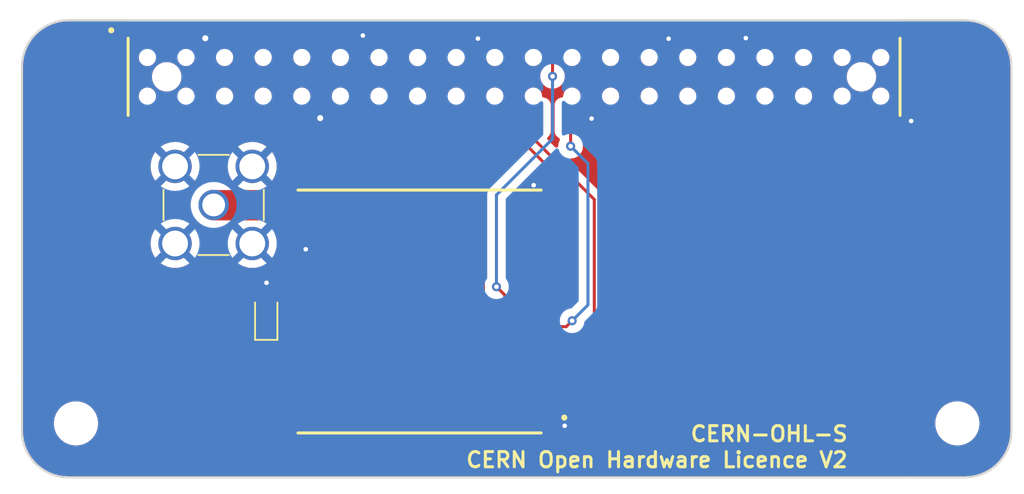
<source format=kicad_pcb>
(kicad_pcb (version 20240108) (generator "pcbnew") (generator_version "8.0")
  (layers (0 "F.Cu" signal) (31 "B.Cu" signal) (34 "B.Paste" user) (35 "F.Paste" user) (36 "B.SilkS" user "B.Silkscreen") (37 "F.SilkS" user "F.Silkscreen") (38 "B.Mask" user) (39 "F.Mask" user) (44 "Edge.Cuts" user))
  (net 0 "")
  (net 1 "5v2RPi")
  (net 2 "GND")
  (net 3 "ANT")
  (net 4 "3v3")
  (net 5 "MOSI")
  (net 6 "MISO")
  (net 7 "SLCK")
  (net 8 "CS")
  (net 9 "RST")
  (net 10 "INTER")
  (footprint "library-kicad:RFM69HCW" (layer "F.Cu") (at 157.52 95.58 180)
    (property "Reference" "REF**" (hide yes))
    (property "Value" "RFM69HCW")
    (fp_line (start 8 8) (end -8 8) (stroke (width 0.2032)) (layer "F.SilkS"))
    (fp_line (start -8 -8) (end 8 -8) (stroke (width 0.2032)) (layer "F.SilkS"))
    (fp_circle (center -9.525 -6.985) (end -9.425 -6.985) (stroke (width 0.2)) (fill none) (layer "F.SilkS"))
    (pad "" smd rect (at -7.5 -7 180) (size 3 1.2) (layers "F.Cu" "F.Paste" "F.Mask") (net 2 "GND"))
    (pad "" smd rect (at -7.5 -5 180) (size 3 1.2) (layers "F.Cu" "F.Paste" "F.Mask") (net 6 "MISO"))
    (pad "" smd rect (at -7.5 -3 180) (size 3 1.2) (layers "F.Cu" "F.Paste" "F.Mask") (net 5 "MOSI"))
    (pad "" smd rect (at -7.5 -1 180) (size 3 1.2) (layers "F.Cu" "F.Paste" "F.Mask") (net 7 "SLCK"))
    (pad "" smd rect (at -7.5 3 180) (size 3 1.2) (layers "F.Cu" "F.Paste" "F.Mask") (net 9 "RST"))
    (pad "" smd rect (at -7.5 7 180) (size 3 1.2) (layers "F.Cu" "F.Paste" "F.Mask") (net 2 "GND"))
    (pad "" smd rect (at 7.5 -1 180) (size 3 1.2) (layers "F.Cu" "F.Paste" "F.Mask") (net 4 "3v3"))
    (pad "" smd rect (at 7.5 5 180) (size 3 1.2) (layers "F.Cu" "F.Paste" "F.Mask") (net 2 "GND"))
    (pad "" smd rect (at 7.5 7 180) (size 3 1.2) (layers "F.Cu" "F.Paste" "F.Mask") (net 3 "ANT"))
    (pad "DIO0" smd rect (at 7.5 -3 180) (size 3 1.2) (layers "F.Cu" "F.Paste" "F.Mask") (net 10 "INTER"))
    (pad "DIO1" smd rect (at 7.5 -5 180) (size 3 1.2) (layers "F.Cu" "F.Paste" "F.Mask"))
    (pad "DIO2" smd rect (at 7.5 -7 180) (size 3 1.2) (layers "F.Cu" "F.Paste" "F.Mask"))
    (pad "DIO3" smd rect (at 7.5 3 180) (size 3 1.2) (layers "F.Cu" "F.Paste" "F.Mask"))
    (pad "DIO4" smd rect (at 7.5 1 180) (size 3 1.2) (layers "F.Cu" "F.Paste" "F.Mask"))
    (pad "DIO5" smd rect (at -7.5 5 180) (size 3 1.2) (layers "F.Cu" "F.Paste" "F.Mask"))
    (pad "NSS" smd rect (at -7.5 1 180) (size 3 1.2) (layers "F.Cu" "F.Paste" "F.Mask") (net 8 "CS"))
  )
  (footprint "Fiducial:Fiducial_1mm_Mask2mm" (layer "F.Cu") (at 133.04 99.33 90)
    (property "Reference" "FID1" (hide yes))
    (property "Value" "Fiducial_1mm_Mask2mm" (hide yes))
    (pad "" smd circle (at 0 0 90) (size 1 1) (layers "F.Cu" "F.Mask") (clearance 0.5))
  )
  (footprint "Fiducial:Fiducial_1mm_Mask2mm" (layer "F.Cu") (at 194.24 78.63 90)
    (property "Reference" "FID4" (hide yes))
    (property "Value" "Fiducial_1mm_Mask2mm" (hide yes))
    (pad "" smd circle (at 0 0 90) (size 1 1) (layers "F.Cu" "F.Mask") (clearance 0.5))
  )
  (footprint "Fiducial:Fiducial_1mm_Mask2mm" (layer "F.Cu") (at 139.92 104.81 90)
    (property "Reference" "FID3" (hide yes))
    (property "Value" "Fiducial_1mm_Mask2mm" (hide yes))
    (pad "" smd circle (at 0 0 90) (size 1 1) (layers "F.Cu" "F.Mask") (clearance 0.5))
  )
  (footprint "digikey-footprints:RPi_SMD" (layer "F.Cu") (at 163.26 92.155 90)
    (property "Reference" "REF**" (hide yes))
    (property "Value" "RPi_SMD" (hide yes))
    (fp_line (start 14.575 -24.92) (end 9.495 -24.92) (stroke (width 0.2)) (layer "F.SilkS"))
    (fp_line (start 14.575 25.88) (end 9.495 25.88) (stroke (width 0.2)) (layer "F.SilkS"))
    (fp_circle (center 15.1 -26.03) (end 15.1 -26.13) (stroke (width 0.2)) (fill none) (layer "F.SilkS"))
    (fp_line (start 12.705 -31.91) (end -7.855 -31.91) (stroke (width 0.12)) (layer "Edge.Cuts"))
    (fp_line (start -7.855 -31.91) (end -11.295 -31.91) (stroke (width 0.12)) (layer "Edge.Cuts"))
    (fp_line (start 15.765 -28.85) (end 15.765 30.15) (stroke (width 0.12)) (layer "Edge.Cuts"))
    (fp_line (start -14.355 -28.85) (end -14.355 26.46) (stroke (width 0.12)) (layer "Edge.Cuts"))
    (fp_line (start -14.355 26.46) (end -14.355 30.15) (stroke (width 0.12)) (layer "Edge.Cuts"))
    (fp_line (start 12.705 33.21) (end -11.295 33.21) (stroke (width 0.12)) (layer "Edge.Cuts"))
    (fp_arc (start 12.705 -31.91) (mid 14.868747 -31.013747) (end 15.765 -28.85) (stroke (width 0.12)) (layer "Edge.Cuts"))
    (fp_arc (start -14.355 -28.85) (mid -13.458747 -31.013747) (end -11.295 -31.91) (stroke (width 0.12)) (layer "Edge.Cuts"))
    (fp_arc (start 15.765 30.15) (mid 14.868747 32.313747) (end 12.705 33.21) (stroke (width 0.12)) (layer "Edge.Cuts"))
    (fp_arc (start -11.295 33.21) (mid -13.458747 32.313747) (end -14.355 30.15) (stroke (width 0.12)) (layer "Edge.Cuts"))
    (pad "" np_thru_hole circle (at -10.795 -28.35) (size 2.75 2.75) (drill 2.75) (layers "*.Cu" "*.Mask"))
    (pad "" np_thru_hole circle (at -10.795 29.65) (size 2.75 2.75) (drill 2.75) (layers "*.Cu" "*.Mask"))
    (pad "" smd rect (at 9.315 -3.33 180) (size 1.27 1.68) (layers "F.Cu" "F.Paste" "F.Mask") (net 4 "3v3"))
    (pad "" smd rect (at 9.315 -0.79 180) (size 1.27 1.68) (layers "F.Cu" "F.Paste" "F.Mask") (net 5 "MOSI"))
    (pad "" smd rect (at 9.315 1.75 180) (size 1.27 1.68) (layers "F.Cu" "F.Paste" "F.Mask") (net 6 "MISO"))
    (pad "" smd rect (at 9.315 4.29 180) (size 1.27 1.68) (layers "F.Cu" "F.Paste" "F.Mask") (net 7 "SLCK"))
    (pad "" np_thru_hole circle (at 10.765 -23.65 180) (size 0.97 0.97) (drill 0.97) (layers "*.Cu" "*.Mask"))
    (pad "" np_thru_hole circle (at 10.765 -21.11 180) (size 0.97 0.97) (drill 0.97) (layers "*.Cu" "*.Mask"))
    (pad "" np_thru_hole circle (at 10.765 -18.57 180) (size 0.97 0.97) (drill 0.97) (layers "*.Cu" "*.Mask"))
    (pad "" np_thru_hole circle (at 10.765 -16.03 180) (size 0.97 0.97) (drill 0.97) (layers "*.Cu" "*.Mask"))
    (pad "" np_thru_hole circle (at 10.765 -13.49 180) (size 0.97 0.97) (drill 0.97) (layers "*.Cu" "*.Mask"))
    (pad "" np_thru_hole circle (at 10.765 -10.95 180) (size 0.97 0.97) (drill 0.97) (layers "*.Cu" "*.Mask"))
    (pad "" np_thru_hole circle (at 10.765 -8.41 180) (size 0.97 0.97) (drill 0.97) (layers "*.Cu" "*.Mask"))
    (pad "" np_thru_hole circle (at 10.765 -5.87 180) (size 0.97 0.97) (drill 0.97) (layers "*.Cu" "*.Mask"))
    (pad "" np_thru_hole circle (at 10.765 -3.33 180) (size 0.97 0.97) (drill 0.97) (layers "*.Cu" "*.Mask"))
    (pad "" np_thru_hole circle (at 10.765 -0.79 180) (size 0.97 0.97) (drill 0.97) (layers "*.Cu" "*.Mask"))
    (pad "" np_thru_hole circle (at 10.765 1.75 180) (size 0.97 0.97) (drill 0.97) (layers "*.Cu" "*.Mask"))
    (pad "" np_thru_hole circle (at 10.765 4.29 180) (size 0.97 0.97) (drill 0.97) (layers "*.Cu" "*.Mask"))
    (pad "" np_thru_hole circle (at 10.765 6.83 180) (size 0.97 0.97) (drill 0.97) (layers "*.Cu" "*.Mask"))
    (pad "" np_thru_hole circle (at 10.765 9.37 180) (size 0.97 0.97) (drill 0.97) (layers "*.Cu" "*.Mask"))
    (pad "" np_thru_hole circle (at 10.765 11.91 180) (size 0.97 0.97) (drill 0.97) (layers "*.Cu" "*.Mask"))
    (pad "" np_thru_hole circle (at 10.765 14.45 180) (size 0.97 0.97) (drill 0.97) (layers "*.Cu" "*.Mask"))
    (pad "" np_thru_hole circle (at 10.765 16.99 180) (size 0.97 0.97) (drill 0.97) (layers "*.Cu" "*.Mask"))
    (pad "" np_thru_hole circle (at 10.765 19.53 180) (size 0.97 0.97) (drill 0.97) (layers "*.Cu" "*.Mask"))
    (pad "" np_thru_hole circle (at 10.765 22.07 180) (size 0.97 0.97) (drill 0.97) (layers "*.Cu" "*.Mask"))
    (pad "" np_thru_hole circle (at 10.765 24.61 180) (size 0.97 0.97) (drill 0.97) (layers "*.Cu" "*.Mask"))
    (pad "" np_thru_hole circle (at 12.035 -22.38 180) (size 1.78 1.78) (drill 1.78) (layers "*.Cu" "*.Mask"))
    (pad "" np_thru_hole circle (at 12.035 23.34 180) (size 1.78 1.78) (drill 1.78) (layers "*.Cu" "*.Mask"))
    (pad "" np_thru_hole circle (at 13.305 -23.65 180) (size 0.97 0.97) (drill 0.97) (layers "*.Cu" "*.Mask"))
    (pad "" np_thru_hole circle (at 13.305 -21.11 180) (size 0.97 0.97) (drill 0.97) (layers "*.Cu" "*.Mask"))
    (pad "" np_thru_hole circle (at 13.305 -18.57 180) (size 0.97 0.97) (drill 0.97) (layers "*.Cu" "*.Mask"))
    (pad "" np_thru_hole circle (at 13.305 -16.03 180) (size 0.97 0.97) (drill 0.97) (layers "*.Cu" "*.Mask"))
    (pad "" np_thru_hole circle (at 13.305 -13.49 180) (size 0.97 0.97) (drill 0.97) (layers "*.Cu" "*.Mask"))
    (pad "" np_thru_hole circle (at 13.305 -10.95 180) (size 0.97 0.97) (drill 0.97) (layers "*.Cu" "*.Mask"))
    (pad "" np_thru_hole circle (at 13.305 -8.41 180) (size 0.97 0.97) (drill 0.97) (layers "*.Cu" "*.Mask"))
    (pad "" np_thru_hole circle (at 13.305 -5.87 180) (size 0.97 0.97) (drill 0.97) (layers "*.Cu" "*.Mask"))
    (pad "" np_thru_hole circle (at 13.305 -3.33 180) (size 0.97 0.97) (drill 0.97) (layers "*.Cu" "*.Mask"))
    (pad "" np_thru_hole circle (at 13.305 -0.79 180) (size 0.97 0.97) (drill 0.97) (layers "*.Cu" "*.Mask"))
    (pad "" np_thru_hole circle (at 13.305 1.75 180) (size 0.97 0.97) (drill 0.97) (layers "*.Cu" "*.Mask"))
    (pad "" np_thru_hole circle (at 13.305 4.29 180) (size 0.97 0.97) (drill 0.97) (layers "*.Cu" "*.Mask"))
    (pad "" np_thru_hole circle (at 13.305 6.83 180) (size 0.97 0.97) (drill 0.97) (layers "*.Cu" "*.Mask"))
    (pad "" np_thru_hole circle (at 13.305 9.37 180) (size 0.97 0.97) (drill 0.97) (layers "*.Cu" "*.Mask"))
    (pad "" np_thru_hole circle (at 13.305 11.91 180) (size 0.97 0.97) (drill 0.97) (layers "*.Cu" "*.Mask"))
    (pad "" np_thru_hole circle (at 13.305 14.45 180) (size 0.97 0.97) (drill 0.97) (layers "*.Cu" "*.Mask"))
    (pad "" np_thru_hole circle (at 13.305 16.99 180) (size 0.97 0.97) (drill 0.97) (layers "*.Cu" "*.Mask"))
    (pad "" np_thru_hole circle (at 13.305 19.53 180) (size 0.97 0.97) (drill 0.97) (layers "*.Cu" "*.Mask"))
    (pad "" np_thru_hole circle (at 13.305 22.07 180) (size 0.97 0.97) (drill 0.97) (layers "*.Cu" "*.Mask"))
    (pad "" np_thru_hole circle (at 13.305 24.61 180) (size 0.97 0.97) (drill 0.97) (layers "*.Cu" "*.Mask"))
    (pad "01" smd rect (at 14.755 -23.65 180) (size 1.27 1.68) (layers "F.Cu" "F.Paste" "F.Mask") (net 1 "5v2RPi"))
    (pad "03" smd rect (at 14.755 -21.11 180) (size 1.27 1.68) (layers "F.Cu" "F.Paste" "F.Mask"))
    (pad "3v3" smd rect (at 9.315 -23.65 180) (size 1.27 1.68) (layers "F.Cu" "F.Paste" "F.Mask"))
    (pad "04" smd rect (at 9.315 -21.11 180) (size 1.27 1.68) (layers "F.Cu" "F.Paste" "F.Mask"))
    (pad "06" smd rect (at 9.315 -18.57 180) (size 1.27 1.68) (layers "F.Cu" "F.Paste" "F.Mask"))
    (pad "07" smd rect (at 14.755 -16.03 180) (size 1.27 1.68) (layers "F.Cu" "F.Paste" "F.Mask"))
    (pad "08" smd rect (at 9.315 -16.03 180) (size 1.27 1.68) (layers "F.Cu" "F.Paste" "F.Mask"))
    (pad "09" smd rect (at 14.755 -13.49 180) (size 1.27 1.68) (layers "F.Cu" "F.Paste" "F.Mask"))
    (pad "11" smd rect (at 14.755 -10.95 180) (size 1.27 1.68) (layers "F.Cu" "F.Paste" "F.Mask"))
    (pad "14" smd rect (at 9.315 -8.41 180) (size 1.27 1.68) (layers "F.Cu" "F.Paste" "F.Mask"))
    (pad "15" smd rect (at 14.755 -5.87 180) (size 1.27 1.68) (layers "F.Cu" "F.Paste" "F.Mask"))
    (pad "16" smd rect (at 9.315 -5.87 180) (size 1.27 1.68) (layers "F.Cu" "F.Paste" "F.Mask"))
    (pad "24" smd rect (at 14.755 -3.33 180) (size 1.27 1.68) (layers "F.Cu" "F.Paste" "F.Mask") (net 10 "INTER"))
    (pad "25" smd rect (at 14.755 6.83 180) (size 1.27 1.68) (layers "F.Cu" "F.Paste" "F.Mask"))
    (pad "27" smd rect (at 14.755 9.37 180) (size 1.27 1.68) (layers "F.Cu" "F.Paste" "F.Mask"))
    (pad "28" smd rect (at 9.315 9.37 180) (size 1.27 1.68) (layers "F.Cu" "F.Paste" "F.Mask"))
    (pad "30" smd rect (at 9.315 11.91 180) (size 1.27 1.68) (layers "F.Cu" "F.Paste" "F.Mask"))
    (pad "31" smd rect (at 14.755 14.45 180) (size 1.27 1.68) (layers "F.Cu" "F.Paste" "F.Mask"))
    (pad "32" smd rect (at 9.315 14.45 180) (size 1.27 1.68) (layers "F.Cu" "F.Paste" "F.Mask"))
    (pad "34" smd rect (at 9.315 16.99 180) (size 1.27 1.68) (layers "F.Cu" "F.Paste" "F.Mask"))
    (pad "35" smd rect (at 14.755 19.53 180) (size 1.27 1.68) (layers "F.Cu" "F.Paste" "F.Mask"))
    (pad "36" smd rect (at 9.315 19.53 180) (size 1.27 1.68) (layers "F.Cu" "F.Paste" "F.Mask"))
    (pad "37" smd rect (at 14.755 22.07 180) (size 1.27 1.68) (layers "F.Cu" "F.Paste" "F.Mask"))
    (pad "38" smd rect (at 9.315 22.07 180) (size 1.27 1.68) (layers "F.Cu" "F.Paste" "F.Mask"))
    (pad "39" smd rect (at 14.755 24.61 180) (size 1.27 1.68) (layers "F.Cu" "F.Paste" "F.Mask"))
    (pad "GND" smd rect (at 9.315 -13.49 180) (size 1.27 1.68) (layers "F.Cu" "F.Paste" "F.Mask") (net 2 "GND"))
    (pad "GND" smd rect (at 9.315 6.83 180) (size 1.27 1.68) (layers "F.Cu" "F.Paste" "F.Mask") (net 2 "GND"))
    (pad "GND" smd rect (at 9.315 24.61 180) (size 1.27 1.68) (layers "F.Cu" "F.Paste" "F.Mask") (net 2 "GND"))
    (pad "GND" smd rect (at 14.755 -18.57 180) (size 1.27 1.68) (layers "F.Cu" "F.Paste" "F.Mask") (net 2 "GND"))
    (pad "GND" smd rect (at 14.755 -8.41 180) (size 1.27 1.68) (layers "F.Cu" "F.Paste" "F.Mask") (net 2 "GND"))
    (pad "GND" smd rect (at 14.755 -0.79 180) (size 1.27 1.68) (layers "F.Cu" "F.Paste" "F.Mask") (net 2 "GND"))
    (pad "GND" smd rect (at 14.755 11.91 180) (size 1.27 1.68) (layers "F.Cu" "F.Paste" "F.Mask") (net 2 "GND"))
    (pad "GND" smd rect (at 14.755 16.99 180) (size 1.27 1.68) (layers "F.Cu" "F.Paste" "F.Mask") (net 2 "GND"))
    (pad "GPIO8" smd rect (at 14.755 4.29 180) (size 1.27 1.68) (layers "F.Cu" "F.Paste" "F.Mask") (net 8 "CS"))
    (pad "GPIO17" smd rect (at 9.315 -10.95 180) (size 1.27 1.68) (layers "F.Cu" "F.Paste" "F.Mask"))
    (pad "GPIO25" smd rect (at 14.755 1.75 180) (size 1.27 1.68) (layers "F.Cu" "F.Paste" "F.Mask") (net 9 "RST"))
  )
  (footprint "Fiducial:Fiducial_1mm_Mask2mm" (layer "F.Cu") (at 133.4 78.53 90)
    (property "Reference" "FID2" (hide yes))
    (property "Value" "Fiducial_1mm_Mask2mm" (hide yes))
    (pad "" smd circle (at 0 0 90) (size 1 1) (layers "F.Cu" "F.Mask") (clearance 0.5))
  )
  (footprint "Connectors:SMA_THT_Jack_Straight" (layer "F.Cu") (at 143.97 88.56)
    (property "Reference" "REF**" (hide yes))
    (property "Value" "SMA_THT_Jack_Straight" (hide yes))
    (fp_line (start -3.3 -1) (end -3.3 1) (stroke (width 0.12)) (layer "F.SilkS"))
    (fp_line (start -1 -3.3) (end 1 -3.3) (stroke (width 0.12)) (layer "F.SilkS"))
    (fp_line (start -1 3.3) (end 1 3.3) (stroke (width 0.12)) (layer "F.SilkS"))
    (fp_line (start 3.3 -1) (end 3.3 1) (stroke (width 0.12)) (layer "F.SilkS"))
    (pad "" thru_hole circle (at 0 0) (size 2 2) (drill 1.5) (layers "*.Cu" "*.Mask") (net 3 "ANT"))
    (pad "" thru_hole circle (at 2.54 2.54) (size 2.2 2.2) (drill 1.7) (layers "*.Cu" "*.Mask") (net 2 "GND"))
    (pad "2" thru_hole circle (at -2.54 -2.54) (size 2.2 2.2) (drill 1.7) (layers "*.Cu" "*.Mask") (net 2 "GND"))
    (pad "2" thru_hole circle (at -2.54 2.54) (size 2.2 2.2) (drill 1.7) (layers "*.Cu" "*.Mask") (net 2 "GND"))
    (pad "2" thru_hole circle (at 2.54 -2.54) (size 2.2 2.2) (drill 1.7) (layers "*.Cu" "*.Mask") (net 2 "GND"))
  )
  (footprint "Fiducial:Fiducial_1mm_Mask2mm" (layer "F.Cu") (at 194.76 98.95 90)
    (property "Reference" "FID5" (hide yes))
    (property "Value" "Fiducial_1mm_Mask2mm" (hide yes))
    (pad "" smd circle (at 0 0 90) (size 1 1) (layers "F.Cu" "F.Mask") (clearance 0.5))
  )
  (footprint "" (layer "F.Cu") (at 175.35 92.75)
    (property "Reference" "" (at 0 0 0) (layer "F.SilkS") (effects (font (size 1.27 1.27))))
    (property "Value" "")
    (pad "" smd circle (at 0 0 90) (size 1 1) (layers "F.Cu" "F.Mask") (clearance 0.5))
  )
  (footprint "Fiducial:Fiducial_1mm_Mask2mm" (layer "F.Cu") (at 188.91 104.74 90)
    (property "Reference" "FID6" (hide yes))
    (property "Value" "Fiducial_1mm_Mask2mm" (hide yes))
    (pad "" smd circle (at 0 0 90) (size 1 1) (layers "F.Cu" "F.Mask") (clearance 0.5))
  )
  (footprint "LED_SMD:LED_0603_1608Metric_Pad1.05x0.95mm_HandSolder" (layer "F.Cu") (at 147.43 95.7875 90)
    (property "Reference" "D1" (hide yes))
    (property "Value" "" (hide yes))
    (fp_line (start 0.8 -0.735) (end -1.66 -0.735) (stroke (width 0.12)) (layer "F.SilkS"))
    (fp_line (start -1.66 -0.735) (end -1.66 0.735) (stroke (width 0.12)) (layer "F.SilkS"))
    (fp_line (start -1.66 0.735) (end 0.8 0.735) (stroke (width 0.12)) (layer "F.SilkS"))
    (pad "" smd roundrect (at 0.875 0 90) (size 1.05 0.95) (layers "F.Cu" "F.Paste" "F.Mask") (net 2 "GND"))
    (pad "1" smd roundrect (at -0.875 0 90) (size 1.05 0.95) (layers "F.Cu" "F.Paste" "F.Mask") (net 4 "3v3"))
  )
  (footprint "LOGO" (layer "F.Cu") (at 178.87 92.75 90)
    (property "Reference" "G***" (hide yes))
    (property "Value" "LOGO" (hide yes))
  )
  (gr_text "CERN Open Hardware Licence V2" (at 160.48 105.94 0) (layer "F.SilkS") (effects (font (size 1 1) (thickness 0.2) (bold yes)) (justify left bottom)))
  (gr_text "CERN-OHL-S" (at 175.25 104.23 0) (layer "F.SilkS") (effects (font (size 1 1) (thickness 0.2) (bold yes)) (justify left bottom)))
  (segment (start 187.87 77.4) (end 188.49 77.4) (width 0.2) (layer "F.Cu") (net 0))
  (segment (start 184.9 82.84) (end 185.33 82.84) (width 0.2) (layer "F.Cu") (net 0))
  (segment (start 182.79 83.53) (end 182.79 82.84) (width 0.2) (layer "F.Cu") (net 0))
  (segment (start 139.19 77.4) (end 139.61 77.4) (width 0.6) (layer "F.Cu") (net 1))
  (segment (start 189.68 82.84) (end 187.87 82.84) (width 0.2) (layer "F.Cu") (net 2))
  (segment (start 166.54 102.58) (end 167.07 103.11) (width 0.2) (layer "F.Cu") (net 2))
  (segment (start 165.02 102.58) (end 166.54 102.58) (width 0.2) (layer "F.Cu") (net 2))
  (segment (start 180.08 77.57) (end 180.25 77.4) (width 0.2) (layer "F.Cu") (net 2))
  (segment (start 161.36 77.6) (end 162.27 77.6) (width 0.6) (layer "F.Cu") (net 2))
  (segment (start 165.03 88.57) (end 165.02 88.58) (width 0.4) (layer "F.Cu") (net 2))
  (segment (start 165.03 87.26) (end 165.03 88.57) (width 0.4) (layer "F.Cu") (net 2))
  (segment (start 143.42 77.58) (end 144.51 77.58) (width 0.2) (layer "F.Cu") (net 2))
  (segment (start 144.51 77.58) (end 144.69 77.4) (width 0.2) (layer "F.Cu") (net 2))
  (segment (start 168.87 82.84) (end 168.84 82.87) (width 0.2) (layer "F.Cu") (net 2))
  (segment (start 147.43 94.9125) (end 147.43 93.7075) (width 0.4) (layer "F.Cu") (net 2))
  (segment (start 189.87 83.03) (end 189.68 82.84) (width 0.2) (layer "F.Cu") (net 2))
  (segment (start 153.79 77.4) (end 154.85 77.4) (width 0.2) (layer "F.Cu") (net 2))
  (segment (start 173.91 77.61) (end 174.96 77.61) (width 0.2) (layer "F.Cu") (net 2))
  (segment (start 170.09 82.84) (end 168.87 82.84) (width 0.5) (layer "F.Cu") (net 2))
  (segment (start 150.02 91.469998) (end 150.02 90.58) (width 0.5) (layer "F.Cu") (net 2))
  (segment (start 174.96 77.61) (end 175.17 77.4) (width 0.2) (layer "F.Cu") (net 2))
  (segment (start 150.98 82.84) (end 149.77 82.84) (width 0.2) (layer "F.Cu") (net 2))
  (segment (start 187.87 83.025) (end 187.87 83.28) (width 0.6) (layer "F.Cu") (net 2))
  (segment (start 178.99 77.57) (end 180.08 77.57) (width 0.2) (layer "F.Cu") (net 2))
  (segment (start 150.03 91.479998) (end 150.02 91.469998) (width 0.5) (layer "F.Cu") (net 2))
  (segment (start 162.27 77.6) (end 162.47 77.4) (width 0.2) (layer "F.Cu") (net 2))
  (segment (start 142.09 90.58) (end 141.55 91.12) (width 0.3) (layer "F.Cu") (net 2))
  (segment (start 187.87 83.3) (end 187.87 83.025) (width 0.6) (layer "F.Cu") (net 2))
  (via (at 167.07 103.11) (size 0.6) (drill 0.3) (layers "F.Cu" "B.Cu") (net 2))
  (via (at 178.99 77.57) (size 0.6) (drill 0.3) (layers "F.Cu" "B.Cu") (net 2))
  (via (at 147.45 93.6875) (size 0.6) (drill 0.3) (layers "F.Cu" "B.Cu") (net 2))
  (via (at 189.87 83.03) (size 0.6) (drill 0.3) (layers "F.Cu" "B.Cu") (net 2))
  (via (at 168.84 82.87) (size 0.6) (drill 0.3) (layers "F.Cu" "B.Cu") (net 2))
  (via (at 153.79 77.4) (size 0.6) (drill 0.3) (layers "F.Cu" "B.Cu") (net 2))
  (via (at 150.98 82.84) (size 0.8) (drill 0.4) (layers "F.Cu" "B.Cu") (net 2))
  (via (at 165.03 87.26) (size 0.6) (drill 0.3) (layers "F.Cu" "B.Cu") (net 2))
  (via (at 143.42 77.58) (size 0.8) (drill 0.4) (layers "F.Cu" "B.Cu") (net 2))
  (via (at 150.03 91.479998) (size 0.6) (drill 0.3) (layers "F.Cu" "B.Cu") (net 2))
  (via (at 161.36 77.6) (size 0.6) (drill 0.3) (layers "F.Cu" "B.Cu") (net 2))
  (via (at 173.91 77.61) (size 0.6) (drill 0.3) (layers "F.Cu" "B.Cu") (net 2))
  (segment (start 143.99 88.58) (end 143.97 88.56) (width 0.2) (layer "F.Cu") (net 3))
  (segment (start 150.02 88.58) (end 143.99 88.58) (width 2) (layer "F.Cu") (net 3))
  (segment (start 159.93 82.84) (end 159.93 96.39) (width 0.5) (layer "F.Cu") (net 4))
  (segment (start 147.525 96.58) (end 147.45 96.655) (width 0.2) (layer "F.Cu") (net 4))
  (segment (start 147.43 103.49) (end 147.43 96.6625) (width 0.5) (layer "F.Cu") (net 4))
  (segment (start 148.42 104.48) (end 147.43 103.49) (width 0.5) (layer "F.Cu") (net 4))
  (segment (start 151.84 104.48) (end 148.42 104.48) (width 0.5) (layer "F.Cu") (net 4))
  (segment (start 159.93 96.39) (end 151.84 104.48) (width 0.5) (layer "F.Cu") (net 4))
  (segment (start 150.92 96.58) (end 150.02 96.58) (width 0.2) (layer "F.Cu") (net 4))
  (segment (start 150.02 96.58) (end 147.525 96.58) (width 0.4) (layer "F.Cu") (net 4))
  (segment (start 161.72 84.96) (end 162.47 84.21) (width 0.2) (layer "F.Cu") (net 5))
  (segment (start 161.72 96.63) (end 161.72 84.96) (width 0.2) (layer "F.Cu") (net 5))
  (segment (start 163.67 98.58) (end 161.72 96.63) (width 0.2) (layer "F.Cu") (net 5))
  (segment (start 165.02 98.58) (end 163.67 98.58) (width 0.2) (layer "F.Cu") (net 5))
  (segment (start 162.47 84.21) (end 162.47 82.84) (width 0.2) (layer "F.Cu") (net 5))
  (segment (start 166.48 100.58) (end 169.02 98.04) (width 0.2) (layer "F.Cu") (net 6))
  (segment (start 169.02 98.04) (end 169.02 88.2) (width 0.2) (layer "F.Cu") (net 6))
  (segment (start 169.02 88.2) (end 165.01 84.19) (width 0.2) (layer "F.Cu") (net 6))
  (segment (start 165.02 100.58) (end 166.48 100.58) (width 0.2) (layer "F.Cu") (net 6))
  (segment (start 165.01 84.19) (end 165.01 82.84) (width 0.2) (layer "F.Cu") (net 6))
  (segment (start 167.56 96.19) (end 167.17 96.58) (width 0.2) (layer "F.Cu") (net 7))
  (segment (start 167.46 84.69) (end 167.46 82.93) (width 0.2) (layer "F.Cu") (net 7))
  (segment (start 167.46 82.93) (end 167.55 82.84) (width 0.2) (layer "F.Cu") (net 7))
  (segment (start 167.17 96.58) (end 165.02 96.58) (width 0.2) (layer "F.Cu") (net 7))
  (via (at 167.56 96.19) (size 0.6) (drill 0.3) (layers "F.Cu" "B.Cu") (net 7))
  (via (at 167.46 84.69) (size 0.6) (drill 0.3) (layers "F.Cu" "B.Cu") (net 7))
  (segment (start 168.601471 85.831471) (end 167.46 84.69) (width 0.2) (layer "B.Cu") (net 7))
  (segment (start 167.56 96.19) (end 168.601471 95.148529) (width 0.2) (layer "B.Cu") (net 7))
  (segment (start 168.601471 95.148529) (end 168.601471 85.831471) (width 0.2) (layer "B.Cu") (net 7))
  (segment (start 166.27 78.68) (end 166.27 80.09) (width 0.2) (layer "F.Cu") (net 8))
  (segment (start 163.13 94.58) (end 163.33 94.58) (width 0.2) (layer "F.Cu") (net 8))
  (segment (start 163.21 94.58) (end 162.58 93.95) (width 0.2) (layer "F.Cu") (net 8))
  (segment (start 167.55 77.4) (end 166.27 78.68) (width 0.2) (layer "F.Cu") (net 8))
  (segment (start 163.33 94.58) (end 165.02 94.58) (width 0.2) (layer "F.Cu") (net 8))
  (segment (start 163.33 94.58) (end 163.21 94.58) (width 0.2) (layer "F.Cu") (net 8))
  (via (at 166.27 80.09) (size 0.6) (drill 0.3) (layers "F.Cu" "B.Cu") (net 8))
  (via (at 162.58 93.95) (size 0.6) (drill 0.3) (layers "F.Cu" "B.Cu") (net 8))
  (segment (start 162.58 87.9) (end 166.27 84.21) (width 0.2) (layer "B.Cu") (net 8))
  (segment (start 162.58 93.95) (end 162.58 87.9) (width 0.2) (layer "B.Cu") (net 8))
  (segment (start 166.27 84.21) (end 166.27 80.09) (width 0.2) (layer "B.Cu") (net 8))
  (segment (start 167.35 91.72) (end 167.48 91.59) (width 0.2) (layer "F.Cu") (net 9))
  (segment (start 166.62 92.58) (end 167.35 91.85) (width 0.2) (layer "F.Cu") (net 9))
  (segment (start 167.48 91.59) (end 167.48 87.55) (width 0.2) (layer "F.Cu") (net 9))
  (segment (start 167.35 91.85) (end 167.35 91.72) (width 0.2) (layer "F.Cu") (net 9))
  (segment (start 163.73 78.68) (end 165.01 77.4) (width 0.2) (layer "F.Cu") (net 9))
  (segment (start 167.48 87.55) (end 163.73 83.8) (width 0.2) (layer "F.Cu") (net 9))
  (segment (start 165.02 92.58) (end 166.62 92.58) (width 0.2) (layer "F.Cu") (net 9))
  (segment (start 165.18 92.42) (end 165.02 92.58) (width 0.2) (layer "F.Cu") (net 9))
  (segment (start 163.73 83.8) (end 163.73 78.68) (width 0.2) (layer "F.Cu") (net 9))
  (segment (start 150.92 98.58) (end 150.02 98.58) (width 0.2) (layer "F.Cu") (net 10))
  (segment (start 156.12 81.21) (end 156.12 93.38) (width 0.2) (layer "F.Cu") (net 10))
  (segment (start 159.93 77.4) (end 156.12 81.21) (width 0.2) (layer "F.Cu") (net 10))
  (segment (start 156.12 93.38) (end 150.92 98.58) (width 0.2) (layer "F.Cu") (net 10))
  (zone (net 4) (net_name "3v3") (layer "F.Cu") (connect_pads (clearance 0.508)) (min_thickness 0.254) (fill yes (thermal_gap 0.508) (thermal_bridge_width 0.508))
    (polygon (pts (xy 135.94 75.85) (xy 137.94 75.85) (xy 138.14 75.85) (xy 196.97 75.72) (xy 196.86 91.75) (xy 196.86 98.75) (xy 196.79 106.97) (xy 188 107.26) (xy 182.89 107.56) (xy 157.7 107.22) (xy 129.985 106.62) (xy 130.055 87.32) (xy 130.055 85.641348) (xy 130.11 75.76)))
  )
  (zone (net 0) (net_name "") (layer "F.Cu") (connect_pads (clearance 0)) (min_thickness 0.25)
    (keepout (tracks allowed) (vias allowed) (pads allowed) (copperpour not_allowed) (footprints allowed))
    (fill (thermal_gap 0.5) (thermal_bridge_width 0.5))
    (polygon (pts (xy 140.3 84.97) (xy 147.73 84.88) (xy 147.67 89.04) (xy 147.64 92.08) (xy 143.98 92.14) (xy 140.3 92.19)))
  )
  (zone (net 2) (net_name "GND") (layer "B.Cu") (name "Gnd") (connect_pads (clearance 0.508)) (min_thickness 0.254) (fill yes (thermal_gap 0.508) (thermal_bridge_width 0.508))
    (polygon (pts (xy 197.31 75.06) (xy 197.05 107.53) (xy 129.91 107.6) (xy 130.09 75.8)))
  )
)
</source>
